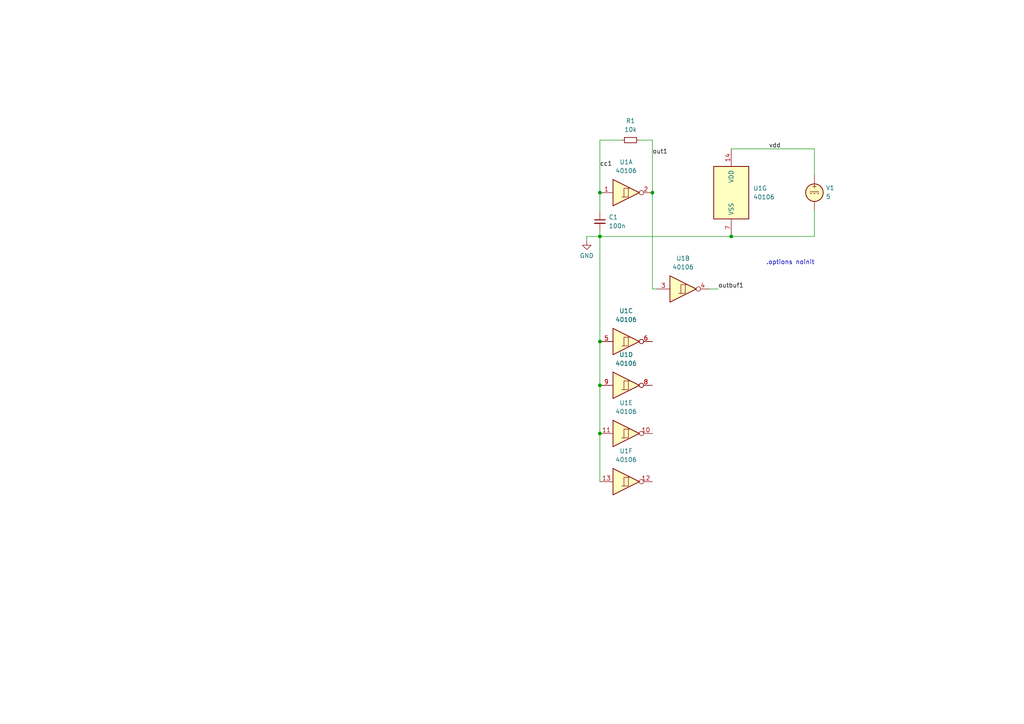
<source format=kicad_sch>
(kicad_sch (version 20230819) (generator eeschema)
  (paper "A4")
  (lib_symbols
    (symbol "4xxx:40106" (pin_names (offset 1.016))
      (property "Reference" "U" (at 0 1.27 0))
      (property "Value" "40106" (at 0 -1.27 0))
      (symbol "40106_1_0"
        (polyline (pts (xy -0.635 -1.27) (xy -0.635 1.27) (xy 0.635 1.27)))
        (polyline (pts (xy -3.81 3.81) (xy -3.81 -3.81) (xy 3.81 0) (xy -3.81 3.81)) (stroke (width 0.254)) (fill (type background)))
        (polyline (pts (xy -1.27 -1.27) (xy 0.635 -1.27) (xy 0.635 1.27) (xy 1.27 1.27)))
        (pin input line (at -7.62 0 0) (length 3.81) (name "~") (number "1"))
        (pin output inverted (at 7.62 0 180) (length 3.81) (name "~") (number "2"))
      )
      (symbol "40106_2_0"
        (polyline (pts (xy -0.635 -1.27) (xy -0.635 1.27) (xy 0.635 1.27)))
        (polyline (pts (xy -3.81 3.81) (xy -3.81 -3.81) (xy 3.81 0) (xy -3.81 3.81)) (stroke (width 0.254)) (fill (type background)))
        (polyline (pts (xy -1.27 -1.27) (xy 0.635 -1.27) (xy 0.635 1.27) (xy 1.27 1.27)))
        (pin input line (at -7.62 0 0) (length 3.81) (name "~") (number "3"))
        (pin output inverted (at 7.62 0 180) (length 3.81) (name "~") (number "4"))
      )
      (symbol "40106_3_0"
        (polyline (pts (xy -0.635 -1.27) (xy -0.635 1.27) (xy 0.635 1.27)))
        (polyline (pts (xy -3.81 3.81) (xy -3.81 -3.81) (xy 3.81 0) (xy -3.81 3.81)) (stroke (width 0.254)) (fill (type background)))
        (polyline (pts (xy -1.27 -1.27) (xy 0.635 -1.27) (xy 0.635 1.27) (xy 1.27 1.27)))
        (pin input line (at -7.62 0 0) (length 3.81) (name "~") (number "5"))
        (pin output inverted (at 7.62 0 180) (length 3.81) (name "~") (number "6"))
      )
      (symbol "40106_4_0"
        (polyline (pts (xy -0.635 -1.27) (xy -0.635 1.27) (xy 0.635 1.27)))
        (polyline (pts (xy -3.81 3.81) (xy -3.81 -3.81) (xy 3.81 0) (xy -3.81 3.81)) (stroke (width 0.254)) (fill (type background)))
        (polyline (pts (xy -1.27 -1.27) (xy 0.635 -1.27) (xy 0.635 1.27) (xy 1.27 1.27)))
        (pin output inverted (at 7.62 0 180) (length 3.81) (name "~") (number "8"))
        (pin input line (at -7.62 0 0) (length 3.81) (name "~") (number "9"))
      )
      (symbol "40106_5_0"
        (polyline (pts (xy -0.635 -1.27) (xy -0.635 1.27) (xy 0.635 1.27)))
        (polyline (pts (xy -3.81 3.81) (xy -3.81 -3.81) (xy 3.81 0) (xy -3.81 3.81)) (stroke (width 0.254)) (fill (type background)))
        (polyline (pts (xy -1.27 -1.27) (xy 0.635 -1.27) (xy 0.635 1.27) (xy 1.27 1.27)))
        (pin output inverted (at 7.62 0 180) (length 3.81) (name "~") (number "10"))
        (pin input line (at -7.62 0 0) (length 3.81) (name "~") (number "11"))
      )
      (symbol "40106_6_0"
        (polyline (pts (xy -0.635 -1.27) (xy -0.635 1.27) (xy 0.635 1.27)))
        (polyline (pts (xy -3.81 3.81) (xy -3.81 -3.81) (xy 3.81 0) (xy -3.81 3.81)) (stroke (width 0.254)) (fill (type background)))
        (polyline (pts (xy -1.27 -1.27) (xy 0.635 -1.27) (xy 0.635 1.27) (xy 1.27 1.27)))
        (pin output inverted (at 7.62 0 180) (length 3.81) (name "~") (number "12"))
        (pin input line (at -7.62 0 0) (length 3.81) (name "~") (number "13"))
      )
      (symbol "40106_7_0"
        (pin power_in line (at 0 12.7 270) (length 5.08) (name "VDD") (number "14"))
        (pin power_in line (at 0 -12.7 90) (length 5.08) (name "VSS") (number "7"))
      )
      (symbol "40106_7_1"
        (rectangle (start -5.08 7.62) (end 5.08 -7.62) (stroke (width 0.254)) (fill (type background)))
      )
    )
    (symbol "Device:C_Small" (pin_numbers hide) (pin_names (offset 0.254) hide)
      (property "Reference" "C" (at 0.254 1.778 0))
      (property "Value" "C_Small" (at 0.254 -2.032 0))
      (symbol "C_Small_0_1"
        (polyline (pts (xy -1.524 -0.508) (xy 1.524 -0.508)) (stroke (width 0.3302)))
        (polyline (pts (xy -1.524 0.508) (xy 1.524 0.508)) (stroke (width 0.3048)))
      )
      (symbol "C_Small_1_1"
        (pin passive line (at 0 2.54 270) (length 2.032) (name "~") (number "1"))
        (pin passive line (at 0 -2.54 90) (length 2.032) (name "~") (number "2"))
      )
    )
    (symbol "Device:R_Small" (pin_numbers hide) (pin_names (offset 0.254) hide)
      (property "Reference" "R" (at 0.762 0.508 0))
      (property "Value" "R_Small" (at 0.762 -1.016 0))
      (symbol "R_Small_0_1"
        (rectangle (start -0.762 1.778) (end 0.762 -1.778) (stroke (width 0.2032)))
      )
      (symbol "R_Small_1_1"
        (pin passive line (at 0 2.54 270) (length 0.762) (name "~") (number "1"))
        (pin passive line (at 0 -2.54 90) (length 0.762) (name "~") (number "2"))
      )
    )
    (symbol "Simulation_SPICE:VDC" (pin_numbers hide) (pin_names (offset 0.0254))
      (property "Reference" "V" (at 2.54 2.54 0))
      (property "Value" "1" (at 2.54 0 0))
      (symbol "VDC_0_0"
        (polyline (pts (xy -1.27 0.254) (xy 1.27 0.254)))
        (polyline (pts (xy -0.762 -0.254) (xy -1.27 -0.254)))
        (polyline (pts (xy 0.254 -0.254) (xy -0.254 -0.254)))
        (polyline (pts (xy 1.27 -0.254) (xy 0.762 -0.254)))
        (text "+" (at 0 1.905 0) (effects (font (size 1.27 1.27))))
      )
      (symbol "VDC_0_1"
        (circle (center 0 0) (radius 2.54) (stroke (width 0.254)) (fill (type background)))
      )
      (symbol "VDC_1_1"
        (pin passive line (at 0 5.08 270) (length 2.54) (name "~") (number "1"))
        (pin passive line (at 0 -5.08 90) (length 2.54) (name "~") (number "2"))
      )
    )
    (symbol "power:GND" (power) (pin_names (offset 0))
      (property "Value" "GND" (at 0 -3.81 0))
      (symbol "GND_0_1"
        (polyline (pts (xy 0 0) (xy 0 -1.27) (xy 1.27 -1.27) (xy 0 -2.54) (xy -1.27 -1.27) (xy 0 -1.27)))
      )
      (symbol "GND_1_1"
        (pin power_in line (at 0 0 270) (length 0) hide (name "GND") (number "1"))
      )
    )
  )
  (junction (at 189.23 55.88))
  (junction (at 173.99 99.06))
  (junction (at 173.99 68.58))
  (junction (at 173.99 125.73))
  (junction (at 212.09 68.58))
  (junction (at 173.99 55.88))
  (junction (at 173.99 111.76))
  (wire (pts (xy 170.18 68.58) (xy 173.99 68.58)))
  (wire (pts (xy 180.34 40.64) (xy 173.99 40.64)))
  (wire (pts (xy 173.99 68.58) (xy 212.09 68.58)))
  (wire (pts (xy 173.99 55.88) (xy 173.99 61.722)))
  (wire (pts (xy 205.74 83.82) (xy 208.28 83.82)))
  (wire (pts (xy 212.09 68.58) (xy 236.22 68.58)))
  (wire (pts (xy 189.23 55.88) (xy 189.23 83.82)))
  (wire (pts (xy 173.99 111.76) (xy 173.99 125.73)))
  (wire (pts (xy 173.99 66.802) (xy 173.99 68.58)))
  (wire (pts (xy 173.99 40.64) (xy 173.99 55.88)))
  (wire (pts (xy 189.23 40.64) (xy 185.42 40.64)))
  (wire (pts (xy 173.99 99.06) (xy 173.99 111.76)))
  (wire (pts (xy 236.22 60.96) (xy 236.22 68.58)))
  (wire (pts (xy 170.18 68.58) (xy 170.18 69.85)))
  (wire (pts (xy 173.99 68.58) (xy 173.99 99.06)))
  (wire (pts (xy 236.22 50.8) (xy 236.22 43.18)))
  (wire (pts (xy 236.22 43.18) (xy 212.09 43.18)))
  (wire (pts (xy 189.23 55.88) (xy 189.23 40.64)))
  (wire (pts (xy 173.99 125.73) (xy 173.99 139.7)))
  (wire (pts (xy 189.23 83.82) (xy 190.5 83.82)))
  (text ".options noinit" (at 229.235 76.2 0) (effects (font (size 1.27 1.27))))
  (label "vdd" (at 223.012 43.18 0))
  (label "outbuf1" (at 208.28 83.82 0))
  (label "out1" (at 189.23 44.958 0))
  (label "cc1" (at 173.99 48.514 0))
  (symbol (lib_id "4xxx:40106") (at 212.09 55.88 0) (unit 7)
    (property "Reference" "U1" (at 218.44 54.61 0) (effects (justify left)))
    (property "Value" "40106" (at 218.44 57.15 0) (effects (justify left)))
    (property "Datasheet" "https://assets.nexperia.com/documents/data-sheet/HEF40106B.pdf" (effects hide))
    (property "Sim.Library" "40106all.lib" (effects hide))
    (property "Sim.Name" "40106all" (effects hide))
    (property "Sim.Device" "SUBCKT" (effects hide))
    (property "Sim.Pins" "1=in1 2=out1 3=in2 4=out2 5=in3 6=out3 7=vss 8=out4 9=in4 10=out5 11=in5 12=out6 13=in6 14=vdd" (effects hide))
  )
  (symbol (lib_id "4xxx:40106") (at 198.12 83.82 0) (unit 2)
    (property "Reference" "U1" (at 198.12 74.93 0))
    (property "Value" "40106" (at 198.12 77.47 0))
    (property "Datasheet" "https://assets.nexperia.com/documents/data-sheet/HEF40106B.pdf" (effects hide))
    (property "Sim.Library" "40106all.lib" (effects hide))
    (property "Sim.Name" "40106all" (effects hide))
    (property "Sim.Device" "SUBCKT" (effects hide))
    (property "Sim.Pins" "1=in1 2=out1 3=in2 4=out2 5=in3 6=out3 7=vss 8=out4 9=in4 10=out5 11=in5 12=out6 13=in6 14=vdd" (effects hide))
  )
  (symbol (lib_id "4xxx:40106") (at 181.61 111.76 0) (unit 4)
    (property "Reference" "U1" (at 181.61 102.87 0))
    (property "Value" "40106" (at 181.61 105.41 0))
    (property "Datasheet" "https://assets.nexperia.com/documents/data-sheet/HEF40106B.pdf" (effects hide))
    (property "Sim.Library" "40106all.lib" (effects hide))
    (property "Sim.Name" "40106all" (effects hide))
    (property "Sim.Device" "SUBCKT" (effects hide))
    (property "Sim.Pins" "1=in1 2=out1 3=in2 4=out2 5=in3 6=out3 7=vss 8=out4 9=in4 10=out5 11=in5 12=out6 13=in6 14=vdd" (effects hide))
  )
  (symbol (lib_id "power:GND") (at 170.18 69.85 0) (unit 1)
    (property "Reference" "#PWR01" (effects hide))
    (property "Value" "GND" (at 170.18 74.168 0))
  )
  (symbol (lib_id "4xxx:40106") (at 181.61 99.06 0) (unit 3)
    (property "Reference" "U1" (at 181.61 90.17 0))
    (property "Value" "40106" (at 181.61 92.71 0))
    (property "Datasheet" "https://assets.nexperia.com/documents/data-sheet/HEF40106B.pdf" (effects hide))
    (property "Sim.Library" "40106all.lib" (effects hide))
    (property "Sim.Name" "40106all" (effects hide))
    (property "Sim.Device" "SUBCKT" (effects hide))
    (property "Sim.Pins" "1=in1 2=out1 3=in2 4=out2 5=in3 6=out3 7=vss 8=out4 9=in4 10=out5 11=in5 12=out6 13=in6 14=vdd" (effects hide))
  )
  (symbol (lib_id "Device:C_Small") (at 173.99 64.262 0) (unit 1)
    (property "Reference" "C1" (at 176.53 62.9983 0) (effects (justify left)))
    (property "Value" "100n" (at 176.53 65.5383 0) (effects (justify left)))
  )
  (symbol (lib_id "Device:R_Small") (at 182.88 40.64 270) (unit 1)
    (property "Reference" "R1" (at 182.88 35.052 90))
    (property "Value" "10k" (at 182.88 37.592 90))
  )
  (symbol (lib_id "Simulation_SPICE:VDC") (at 236.22 55.88 0) (unit 1)
    (property "Reference" "V1" (at 239.522 54.4802 0) (effects (justify left)))
    (property "Value" "5" (at 239.522 57.0202 0) (effects (justify left)))
    (property "Sim.Pins" "1=+ 2=-" (effects hide))
    (property "Sim.Type" "DC" (effects hide))
    (property "Sim.Device" "V" (effects hide))
  )
  (symbol (lib_id "4xxx:40106") (at 181.61 55.88 0) (unit 1)
    (property "Reference" "U1" (at 181.61 46.99 0))
    (property "Value" "40106" (at 181.61 49.53 0))
    (property "Datasheet" "https://assets.nexperia.com/documents/data-sheet/HEF40106B.pdf" (effects hide))
    (property "Sim.Library" "40106all.lib" (effects hide))
    (property "Sim.Name" "40106all" (effects hide))
    (property "Sim.Device" "SUBCKT" (effects hide))
    (property "Sim.Pins" "1=in1 2=out1 3=in2 4=out2 5=in3 6=out3 7=vss 8=out4 9=in4 10=out5 11=in5 12=out6 13=in6 14=vdd" (effects hide))
  )
  (symbol (lib_id "4xxx:40106") (at 181.61 139.7 0) (unit 6)
    (property "Reference" "U1" (at 181.61 130.81 0))
    (property "Value" "40106" (at 181.61 133.35 0))
    (property "Datasheet" "https://assets.nexperia.com/documents/data-sheet/HEF40106B.pdf" (effects hide))
    (property "Sim.Library" "40106all.lib" (effects hide))
    (property "Sim.Name" "40106all" (effects hide))
    (property "Sim.Device" "SUBCKT" (effects hide))
    (property "Sim.Pins" "1=in1 2=out1 3=in2 4=out2 5=in3 6=out3 7=vss 8=out4 9=in4 10=out5 11=in5 12=out6 13=in6 14=vdd" (effects hide))
  )
  (symbol (lib_id "4xxx:40106") (at 181.61 125.73 0) (unit 5)
    (property "Reference" "U1" (at 181.61 116.84 0))
    (property "Value" "40106" (at 181.61 119.38 0))
    (property "Datasheet" "https://assets.nexperia.com/documents/data-sheet/HEF40106B.pdf" (effects hide))
    (property "Sim.Library" "40106all.lib" (effects hide))
    (property "Sim.Name" "40106all" (effects hide))
    (property "Sim.Device" "SUBCKT" (effects hide))
    (property "Sim.Pins" "1=in1 2=out1 3=in2 4=out2 5=in3 6=out3 7=vss 8=out4 9=in4 10=out5 11=in5 12=out6 13=in6 14=vdd" (effects hide))
  )
)
</source>
